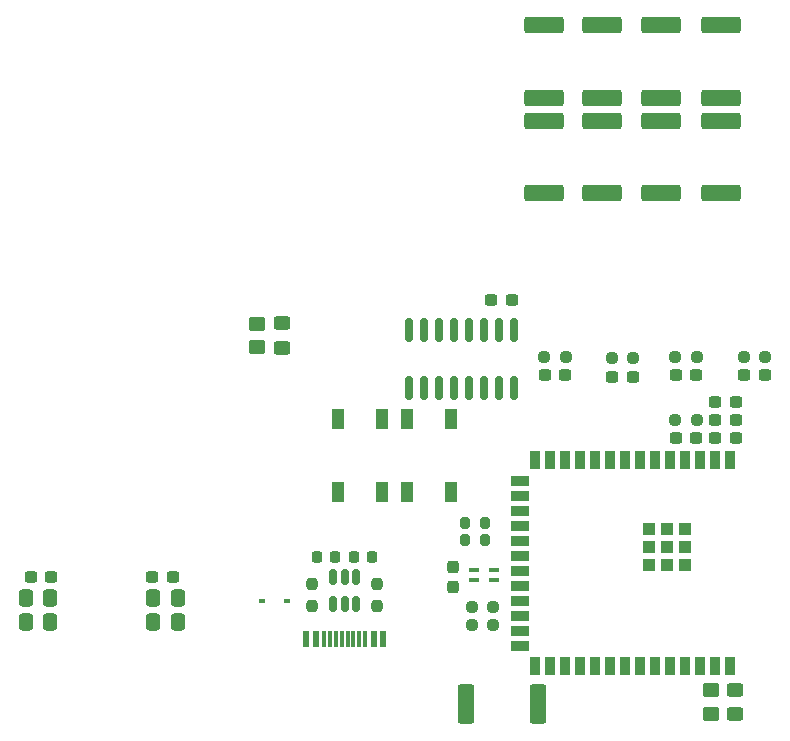
<source format=gtp>
G04 #@! TF.GenerationSoftware,KiCad,Pcbnew,(6.0.7)*
G04 #@! TF.CreationDate,2022-10-04T23:00:28+02:00*
G04 #@! TF.ProjectId,hamodule,68616d6f-6475-46c6-952e-6b696361645f,20221004.21*
G04 #@! TF.SameCoordinates,Original*
G04 #@! TF.FileFunction,Paste,Top*
G04 #@! TF.FilePolarity,Positive*
%FSLAX46Y46*%
G04 Gerber Fmt 4.6, Leading zero omitted, Abs format (unit mm)*
G04 Created by KiCad (PCBNEW (6.0.7)) date 2022-10-04 23:00:28*
%MOMM*%
%LPD*%
G01*
G04 APERTURE LIST*
G04 Aperture macros list*
%AMRoundRect*
0 Rectangle with rounded corners*
0 $1 Rounding radius*
0 $2 $3 $4 $5 $6 $7 $8 $9 X,Y pos of 4 corners*
0 Add a 4 corners polygon primitive as box body*
4,1,4,$2,$3,$4,$5,$6,$7,$8,$9,$2,$3,0*
0 Add four circle primitives for the rounded corners*
1,1,$1+$1,$2,$3*
1,1,$1+$1,$4,$5*
1,1,$1+$1,$6,$7*
1,1,$1+$1,$8,$9*
0 Add four rect primitives between the rounded corners*
20,1,$1+$1,$2,$3,$4,$5,0*
20,1,$1+$1,$4,$5,$6,$7,0*
20,1,$1+$1,$6,$7,$8,$9,0*
20,1,$1+$1,$8,$9,$2,$3,0*%
G04 Aperture macros list end*
%ADD10R,0.600000X0.450000*%
%ADD11R,0.600000X1.450000*%
%ADD12R,0.300000X1.450000*%
%ADD13RoundRect,0.237500X-0.250000X-0.237500X0.250000X-0.237500X0.250000X0.237500X-0.250000X0.237500X0*%
%ADD14RoundRect,0.249999X-0.450001X-1.425001X0.450001X-1.425001X0.450001X1.425001X-0.450001X1.425001X0*%
%ADD15RoundRect,0.237500X0.237500X-0.250000X0.237500X0.250000X-0.237500X0.250000X-0.237500X-0.250000X0*%
%ADD16RoundRect,0.200000X0.200000X0.275000X-0.200000X0.275000X-0.200000X-0.275000X0.200000X-0.275000X0*%
%ADD17RoundRect,0.150000X0.150000X-0.512500X0.150000X0.512500X-0.150000X0.512500X-0.150000X-0.512500X0*%
%ADD18RoundRect,0.150000X0.150000X-0.825000X0.150000X0.825000X-0.150000X0.825000X-0.150000X-0.825000X0*%
%ADD19RoundRect,0.249999X-1.425001X0.450001X-1.425001X-0.450001X1.425001X-0.450001X1.425001X0.450001X0*%
%ADD20RoundRect,0.250000X-0.450000X0.325000X-0.450000X-0.325000X0.450000X-0.325000X0.450000X0.325000X0*%
%ADD21RoundRect,0.250000X-0.450000X0.350000X-0.450000X-0.350000X0.450000X-0.350000X0.450000X0.350000X0*%
%ADD22RoundRect,0.237500X0.300000X0.237500X-0.300000X0.237500X-0.300000X-0.237500X0.300000X-0.237500X0*%
%ADD23RoundRect,0.250000X-0.337500X-0.475000X0.337500X-0.475000X0.337500X0.475000X-0.337500X0.475000X0*%
%ADD24RoundRect,0.237500X-0.300000X-0.237500X0.300000X-0.237500X0.300000X0.237500X-0.300000X0.237500X0*%
%ADD25R,1.100000X1.800000*%
%ADD26RoundRect,0.237500X-0.237500X0.300000X-0.237500X-0.300000X0.237500X-0.300000X0.237500X0.300000X0*%
%ADD27RoundRect,0.225000X-0.225000X-0.250000X0.225000X-0.250000X0.225000X0.250000X-0.225000X0.250000X0*%
%ADD28R,0.900000X1.500000*%
%ADD29R,1.500000X0.900000*%
%ADD30R,1.000000X1.000000*%
%ADD31RoundRect,0.250000X0.337500X0.475000X-0.337500X0.475000X-0.337500X-0.475000X0.337500X-0.475000X0*%
%ADD32R,0.820000X0.304800*%
%ADD33R,0.820000X0.308800*%
%ADD34RoundRect,0.250000X0.450000X-0.350000X0.450000X0.350000X-0.450000X0.350000X-0.450000X-0.350000X0*%
G04 APERTURE END LIST*
D10*
X62100000Y-104500000D03*
X60000000Y-104500000D03*
D11*
X63726000Y-107760900D03*
X64526000Y-107760900D03*
D12*
X65726000Y-107760900D03*
X66726000Y-107760900D03*
X67226000Y-107760900D03*
X68226000Y-107760900D03*
D11*
X69426000Y-107760900D03*
X70226000Y-107760900D03*
X70226000Y-107760900D03*
X69426000Y-107760900D03*
D12*
X68726000Y-107760900D03*
X67726000Y-107760900D03*
X66226000Y-107760900D03*
X65226000Y-107760900D03*
D11*
X64526000Y-107760900D03*
X63726000Y-107760900D03*
D13*
X77729100Y-106566600D03*
X79554100Y-106566600D03*
X77729100Y-105042600D03*
X79554100Y-105042600D03*
D14*
X77250000Y-113200000D03*
X83350000Y-113200000D03*
D15*
X64210000Y-104912500D03*
X64210000Y-103087500D03*
D16*
X78825000Y-99385000D03*
X77175000Y-99385000D03*
X77175000Y-97910000D03*
X78825000Y-97910000D03*
D13*
X94987600Y-83896200D03*
X96812600Y-83896200D03*
X100778800Y-83896200D03*
X102603800Y-83896200D03*
D17*
X66030000Y-104797500D03*
X66980000Y-104797500D03*
X67930000Y-104797500D03*
X67930000Y-102522500D03*
X66980000Y-102522500D03*
X66030000Y-102522500D03*
D18*
X72454000Y-86484000D03*
X73724000Y-86484000D03*
X74994000Y-86484000D03*
X76264000Y-86484000D03*
X77534000Y-86484000D03*
X78804000Y-86484000D03*
X80074000Y-86484000D03*
X81344000Y-86484000D03*
X81344000Y-81534000D03*
X80074000Y-81534000D03*
X78804000Y-81534000D03*
X77534000Y-81534000D03*
X76264000Y-81534000D03*
X74994000Y-81534000D03*
X73724000Y-81534000D03*
X72454000Y-81534000D03*
D19*
X93802700Y-55791100D03*
X93802700Y-61891100D03*
X98831900Y-55791100D03*
X98831900Y-61891100D03*
X83820500Y-61891100D03*
X83820500Y-55791100D03*
X88773500Y-61891100D03*
X88773500Y-55791100D03*
X88773500Y-69942900D03*
X88773500Y-63842900D03*
X83820500Y-69942900D03*
X83820500Y-63842900D03*
D20*
X61659000Y-83058000D03*
X61659000Y-81008000D03*
D21*
X59576200Y-83026000D03*
X59576200Y-81026000D03*
D22*
X42137500Y-102489000D03*
X40412500Y-102489000D03*
D23*
X50778500Y-106299000D03*
X52853500Y-106299000D03*
D22*
X81126500Y-78994000D03*
X79401500Y-78994000D03*
D19*
X98831900Y-69942900D03*
X98831900Y-63842900D03*
X93802700Y-69942900D03*
X93802700Y-63842900D03*
D13*
X94959000Y-89217500D03*
X96784000Y-89217500D03*
D24*
X98362000Y-87677000D03*
X100087000Y-87677000D03*
D22*
X96721500Y-90741500D03*
X94996500Y-90741500D03*
D25*
X72255000Y-95302000D03*
X72255000Y-89102000D03*
X75955000Y-89102000D03*
X75955000Y-95302000D03*
X66450000Y-89102000D03*
X66450000Y-95302000D03*
X70150000Y-95302000D03*
X70150000Y-89102000D03*
D24*
X100076500Y-90741500D03*
X98351500Y-90741500D03*
D26*
X76156500Y-101624200D03*
X76156500Y-103349200D03*
D15*
X69690000Y-103087500D03*
X69690000Y-104912500D03*
D27*
X66205000Y-100820000D03*
X64655000Y-100820000D03*
D13*
X85685500Y-83896200D03*
X83860500Y-83896200D03*
D28*
X99610000Y-92550000D03*
X98340000Y-92550000D03*
X97070000Y-92550000D03*
X95800000Y-92550000D03*
X94530000Y-92550000D03*
X93260000Y-92550000D03*
X91990000Y-92550000D03*
X90720000Y-92550000D03*
X89450000Y-92550000D03*
X88180000Y-92550000D03*
X86910000Y-92550000D03*
X85640000Y-92550000D03*
X84370000Y-92550000D03*
X83100000Y-92550000D03*
D29*
X81850000Y-94315000D03*
X81850000Y-95585000D03*
X81850000Y-96855000D03*
X81850000Y-98125000D03*
X81850000Y-99395000D03*
X81850000Y-100665000D03*
X81850000Y-101935000D03*
X81850000Y-103205000D03*
X81850000Y-104475000D03*
X81850000Y-105745000D03*
X81850000Y-107015000D03*
X81850000Y-108285000D03*
D28*
X83100000Y-110050000D03*
X84370000Y-110050000D03*
X85640000Y-110050000D03*
X86910000Y-110050000D03*
X88180000Y-110050000D03*
X89450000Y-110050000D03*
X90720000Y-110050000D03*
X91990000Y-110050000D03*
X93260000Y-110050000D03*
X94530000Y-110050000D03*
X95800000Y-110050000D03*
X97070000Y-110050000D03*
X98340000Y-110050000D03*
X99610000Y-110050000D03*
D30*
X92760000Y-98440000D03*
X95760000Y-99940000D03*
X95760000Y-98440000D03*
X92760000Y-99940000D03*
X95760000Y-101440000D03*
X94260000Y-101440000D03*
X92760000Y-101440000D03*
X94260000Y-99940000D03*
X94260000Y-98440000D03*
D20*
X100013000Y-114072500D03*
X100013000Y-112022500D03*
D31*
X42058500Y-104267000D03*
X39983500Y-104267000D03*
D24*
X95034600Y-85420200D03*
X96759600Y-85420200D03*
X89652000Y-85521800D03*
X91377000Y-85521800D03*
X52424500Y-102489000D03*
X50699500Y-102489000D03*
D22*
X102550800Y-85420200D03*
X100825800Y-85420200D03*
D32*
X79620000Y-102700000D03*
D33*
X79620000Y-101889200D03*
X77900000Y-101889200D03*
D32*
X77900000Y-102700000D03*
D27*
X69295000Y-100820000D03*
X67745000Y-100820000D03*
D31*
X42058500Y-106299000D03*
X39983500Y-106299000D03*
D24*
X98362000Y-89217500D03*
X100087000Y-89217500D03*
D23*
X50778500Y-104267000D03*
X52853500Y-104267000D03*
D13*
X91425900Y-83947000D03*
X89600900Y-83947000D03*
D34*
X97981000Y-112047500D03*
X97981000Y-114047500D03*
D24*
X83909400Y-85420200D03*
X85634400Y-85420200D03*
M02*

</source>
